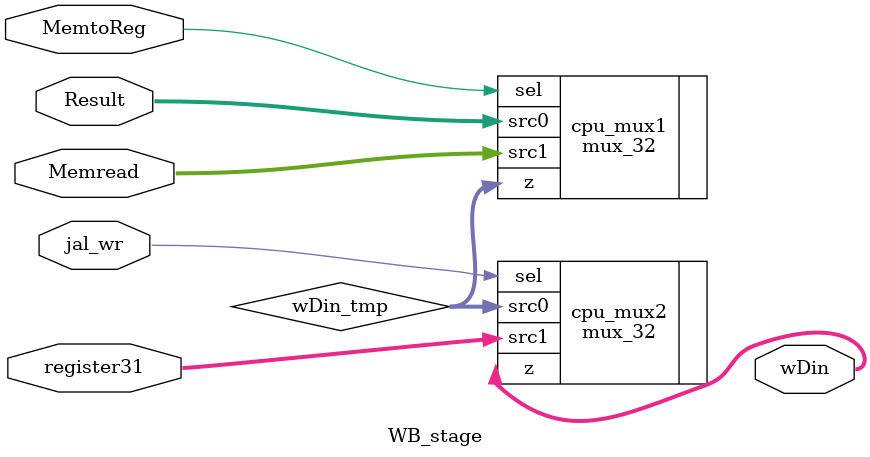
<source format=v>
module WB_stage (MemtoReg, jal_wr, Result,Memread, register31, wDin);
  
  input MemtoReg;
  input jal_wr;
  input [31:0] Result;
  input [31:0] Memread;
  input [31:0] register31;
  output[31:0] wDin;

  wire [31:0] wDin_tmp;
  
  mux_32 cpu_mux1 (.sel(MemtoReg), .src0(Result), .src1(Memread), .z(wDin_tmp));
  mux_32 cpu_mux2 (.sel(jal_wr), .src0(wDin_tmp), .src1(register31), .z(wDin));

endmodule

</source>
